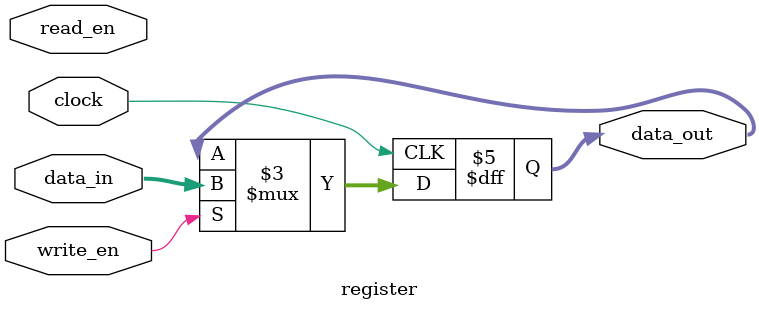
<source format=v>
module register(clock, data_out, data_in, read_en, write_en);

	input clock,read_en, write_en;
	input [15:0] data_in;
	output reg[15:0] data_out;
	
	reg[15:0] data_store;
	 
	always @(posedge clock)
	begin
	
	if(write_en == 1)
	data_out <= data_in;
	
	
	end

//	if(read_en == 1)
//	data_out <= data_store;


endmodule 
</source>
